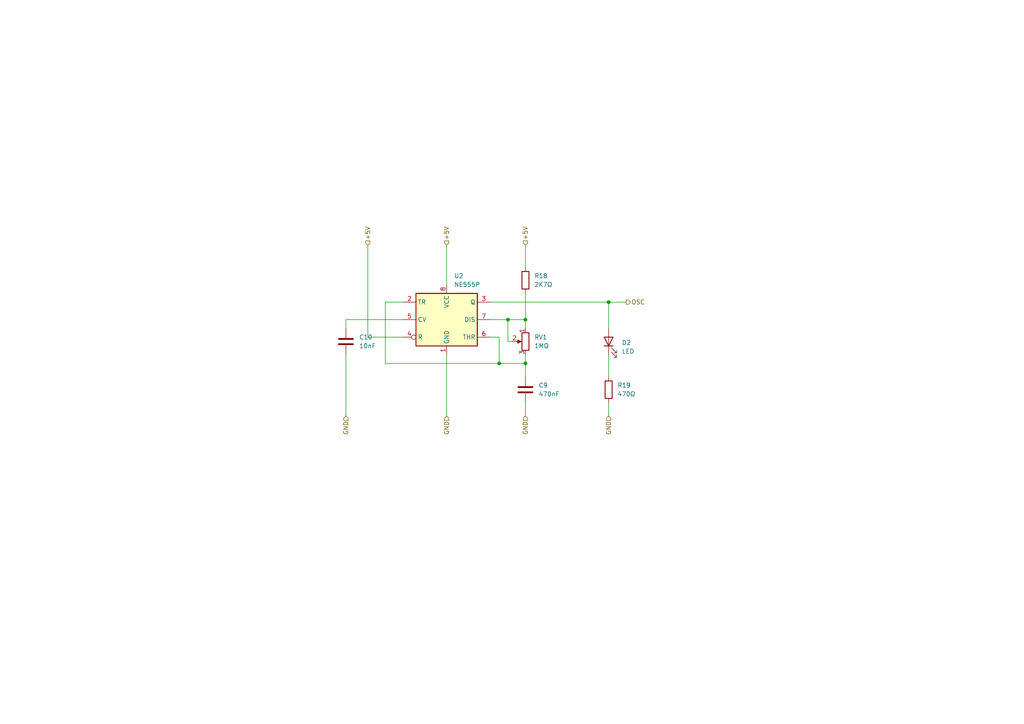
<source format=kicad_sch>
(kicad_sch (version 20250114) (generator "eeschema") (generator_version "9.0")
  (paper "A4")
  (title_block (date "2025-04-20") (rev "1.0") (company "UTN FRC") (comment 1 "Minilab") (comment 2 "Tecnicas Digitales 1") (comment 3 "Grasso y Palombo"))
  (lib_symbols
    (symbol "Device:C" (pin_numbers (hide yes)) (pin_names (offset 0.254))
      (property "Reference" "C" (at 0.635 2.54 0))
      (property "Value" "C" (at 0.635 -2.54 0))
      (symbol "C_0_1"
        (polyline (pts (xy -2.032 0.762) (xy 2.032 0.762)) (stroke (width 0.508)))
        (polyline (pts (xy -2.032 -0.762) (xy 2.032 -0.762)) (stroke (width 0.508)))
      )
      (symbol "C_1_1"
        (pin passive line (at 0 3.81 270) (length 2.794) (name "~") (number "1"))
        (pin passive line (at 0 -3.81 90) (length 2.794) (name "~") (number "2"))
      )
    )
    (symbol "Device:LED" (pin_numbers (hide yes)) (pin_names (offset 1.016) (hide yes))
      (property "Reference" "D" (at 0 2.54 0))
      (property "Value" "LED" (at 0 -2.54 0))
      (symbol "LED_0_1"
        (polyline (pts (xy -3.048 -0.762) (xy -4.572 -2.286) (xy -3.81 -2.286) (xy -4.572 -2.286) (xy -4.572 -1.524)))
        (polyline (pts (xy -1.778 -0.762) (xy -3.302 -2.286) (xy -2.54 -2.286) (xy -3.302 -2.286) (xy -3.302 -1.524)))
        (polyline (pts (xy -1.27 0) (xy 1.27 0)))
        (polyline (pts (xy -1.27 -1.27) (xy -1.27 1.27)) (stroke (width 0.254)))
        (polyline (pts (xy 1.27 -1.27) (xy 1.27 1.27) (xy -1.27 0) (xy 1.27 -1.27)) (stroke (width 0.254)))
      )
      (symbol "LED_1_1"
        (pin passive line (at -3.81 0 0) (length 2.54) (name "K") (number "1"))
        (pin passive line (at 3.81 0 180) (length 2.54) (name "A") (number "2"))
      )
    )
    (symbol "Device:R" (pin_numbers (hide yes)) (pin_names (offset 0))
      (property "Reference" "R" (at 2.032 0 90))
      (property "Value" "R" (at 0 0 90))
      (symbol "R_0_1"
        (rectangle (start -1.016 -2.54) (end 1.016 2.54) (stroke (width 0.254)))
      )
      (symbol "R_1_1"
        (pin passive line (at 0 3.81 270) (length 1.27) (name "~") (number "1"))
        (pin passive line (at 0 -3.81 90) (length 1.27) (name "~") (number "2"))
      )
    )
    (symbol "Device:R_Potentiometer" (pin_names (offset 1.016) (hide yes))
      (property "Reference" "RV" (at -4.445 0 90))
      (property "Value" "R_Potentiometer" (at -2.54 0 90))
      (symbol "R_Potentiometer_0_1"
        (rectangle (start 1.016 2.54) (end -1.016 -2.54) (stroke (width 0.254)))
        (polyline (pts (xy 1.143 0) (xy 2.286 0.508) (xy 2.286 -0.508) (xy 1.143 0)) (fill (type outline)))
        (polyline (pts (xy 2.54 0) (xy 1.524 0)))
      )
      (symbol "R_Potentiometer_1_1"
        (pin passive line (at 0 3.81 270) (length 1.27) (name "1") (number "1"))
        (pin passive line (at 0 -3.81 90) (length 1.27) (name "3") (number "3"))
        (pin passive line (at 3.81 0 180) (length 1.27) (name "2") (number "2"))
      )
    )
    (symbol "Timer:NE555P"
      (property "Reference" "U" (at -10.16 8.89 0))
      (property "Value" "NE555P" (at 2.54 8.89 0))
      (symbol "NE555P_0_0"
        (pin power_in line (at 0 10.16 270) (length 2.54) (name "VCC") (number "8"))
        (pin power_in line (at 0 -10.16 90) (length 2.54) (name "GND") (number "1"))
      )
      (symbol "NE555P_0_1"
        (rectangle (start -8.89 -7.62) (end 8.89 7.62) (stroke (width 0.254)) (fill (type background)))
        (rectangle (start -8.89 -7.62) (end 8.89 7.62) (stroke (width 0.254)) (fill (type background)))
      )
      (symbol "NE555P_1_1"
        (pin input line (at -12.7 5.08 0) (length 3.81) (name "TR") (number "2"))
        (pin input line (at -12.7 0 0) (length 3.81) (name "CV") (number "5"))
        (pin input inverted (at -12.7 -5.08 0) (length 3.81) (name "R") (number "4"))
        (pin output line (at 12.7 5.08 180) (length 3.81) (name "Q") (number "3"))
        (pin input line (at 12.7 0 180) (length 3.81) (name "DIS") (number "7"))
        (pin input line (at 12.7 -5.08 180) (length 3.81) (name "THR") (number "6"))
      )
    )
  )
  (junction (at 147.32 92.71))
  (junction (at 176.53 87.63))
  (junction (at 144.78 105.41))
  (junction (at 152.4 92.71))
  (junction (at 152.4 105.41))
  (wire (pts (xy 100.33 95.25) (xy 100.33 92.71)))
  (wire (pts (xy 152.4 116.84) (xy 152.4 120.65)))
  (wire (pts (xy 144.78 105.41) (xy 152.4 105.41)))
  (wire (pts (xy 176.53 95.25) (xy 176.53 87.63)))
  (wire (pts (xy 176.53 116.84) (xy 176.53 120.65)))
  (wire (pts (xy 152.4 71.12) (xy 152.4 77.47)))
  (wire (pts (xy 152.4 109.22) (xy 152.4 105.41)))
  (wire (pts (xy 100.33 92.71) (xy 116.84 92.71)))
  (wire (pts (xy 147.32 99.06) (xy 147.32 92.71)))
  (wire (pts (xy 129.54 102.87) (xy 129.54 120.65)))
  (wire (pts (xy 100.33 102.87) (xy 100.33 120.65)))
  (wire (pts (xy 144.78 97.79) (xy 144.78 105.41)))
  (wire (pts (xy 152.4 92.71) (xy 152.4 95.25)))
  (wire (pts (xy 152.4 85.09) (xy 152.4 92.71)))
  (wire (pts (xy 142.24 92.71) (xy 147.32 92.71)))
  (wire (pts (xy 116.84 87.63) (xy 111.76 87.63)))
  (wire (pts (xy 111.76 87.63) (xy 111.76 105.41)))
  (wire (pts (xy 129.54 71.12) (xy 129.54 82.55)))
  (wire (pts (xy 142.24 97.79) (xy 144.78 97.79)))
  (wire (pts (xy 152.4 102.87) (xy 152.4 105.41)))
  (wire (pts (xy 106.68 71.12) (xy 106.68 97.79)))
  (wire (pts (xy 176.53 87.63) (xy 181.61 87.63)))
  (wire (pts (xy 116.84 97.79) (xy 106.68 97.79)))
  (wire (pts (xy 111.76 105.41) (xy 144.78 105.41)))
  (wire (pts (xy 176.53 102.87) (xy 176.53 109.22)))
  (wire (pts (xy 142.24 87.63) (xy 176.53 87.63)))
  (wire (pts (xy 147.32 92.71) (xy 152.4 92.71)))
  (wire (pts (xy 148.59 99.06) (xy 147.32 99.06)))
  (hierarchical_label "+5V" (shape input) (at 129.54 71.12 90))
  (hierarchical_label "GND" (shape input) (at 129.54 120.65 270))
  (hierarchical_label "GND" (shape input) (at 152.4 120.65 270))
  (hierarchical_label "GND" (shape input) (at 100.33 120.65 270))
  (hierarchical_label "GND" (shape input) (at 176.53 120.65 270))
  (hierarchical_label "OSC" (shape output) (at 181.61 87.63 0))
  (hierarchical_label "+5V" (shape input) (at 106.68 71.12 90))
  (hierarchical_label "+5V" (shape input) (at 152.4 71.12 90))
  (symbol (lib_id "Device:LED") (at 176.53 99.06 90) (unit 1)
    (property "Reference" "D2" (at 180.34 99.3774 90) (effects (justify right)))
    (property "Value" "LED" (at 180.34 101.9174 90) (effects (justify right)))
    (property "Footprint" "LED_THT:LED_Rectangular_W5.0mm_H2.0mm" (effects (hide yes)))
    (property "Description" "Light emitting diode" (effects (hide yes)))
    (property "Sim.Pins" "1=K 2=A" (effects (hide yes)))
  )
  (symbol (lib_id "Device:R_Potentiometer") (at 152.4 99.06 0) (mirror y) (unit 1)
    (property "Reference" "RV1" (at 154.94 97.7899 0) (effects (justify right)))
    (property "Value" "1MΩ" (at 154.94 100.3299 0) (effects (justify right)))
    (property "Footprint" "Potentiometer_THT:Potentiometer_Bourns_3296W_Vertical" (effects (hide yes)))
    (property "Description" "Potentiometer" (effects (hide yes)))
  )
  (symbol (lib_id "Device:R") (at 152.4 81.28 0) (unit 1)
    (property "Reference" "R18" (at 154.94 80.0099 0) (effects (justify left)))
    (property "Value" "2K7Ω" (at 154.94 82.5499 0) (effects (justify left)))
    (property "Footprint" "Resistor_THT:R_Axial_DIN0204_L3.6mm_D1.6mm_P5.08mm_Horizontal" (effects (hide yes)))
    (property "Description" "Resistor" (effects (hide yes)))
  )
  (symbol (lib_id "Device:C") (at 152.4 113.03 0) (unit 1)
    (property "Reference" "C9" (at 156.21 111.7599 0) (effects (justify left)))
    (property "Value" "470nF" (at 156.21 114.2999 0) (effects (justify left)))
    (property "Footprint" "Capacitor_THT:C_Disc_D6.0mm_W2.5mm_P5.00mm" (effects (hide yes)))
    (property "Description" "Unpolarized capacitor" (effects (hide yes)))
  )
  (symbol (lib_id "Timer:NE555P") (at 129.54 92.71 0) (unit 1)
    (property "Reference" "U2" (at 131.6833 80.01 0) (effects (justify left)))
    (property "Value" "NE555P" (at 131.6833 82.55 0) (effects (justify left)))
    (property "Footprint" "Package_DIP:DIP-8_W7.62mm_LongPads" (effects (hide yes)))
    (property "Datasheet" "http://www.ti.com/lit/ds/symlink/ne555.pdf" (effects (hide yes)))
    (property "Description" "Precision Timers, 555 compatible,  PDIP-8" (effects (hide yes)))
  )
  (symbol (lib_id "Device:C") (at 100.33 99.06 0) (unit 1)
    (property "Reference" "C10" (at 104.14 97.7899 0) (effects (justify left)))
    (property "Value" "10nF" (at 104.14 100.3299 0) (effects (justify left)))
    (property "Footprint" "Capacitor_THT:C_Disc_D6.0mm_W2.5mm_P5.00mm" (effects (hide yes)))
    (property "Description" "Unpolarized capacitor" (effects (hide yes)))
  )
  (symbol (lib_id "Device:R") (at 176.53 113.03 0) (unit 1)
    (property "Reference" "R19" (at 179.07 111.7599 0) (effects (justify left)))
    (property "Value" "470Ω" (at 179.07 114.2999 0) (effects (justify left)))
    (property "Footprint" "Resistor_THT:R_Axial_DIN0204_L3.6mm_D1.6mm_P5.08mm_Horizontal" (effects (hide yes)))
    (property "Description" "Resistor" (effects (hide yes)))
  )
)
</source>
